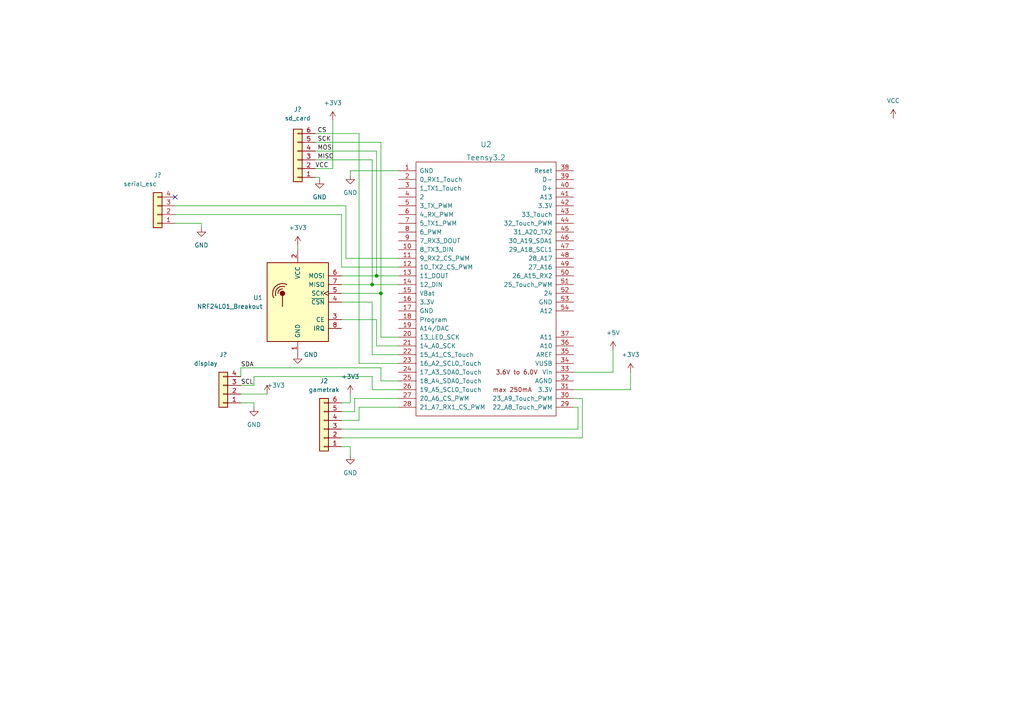
<source format=kicad_sch>
(kicad_sch (version 20211123) (generator eeschema)
  (paper "A4")
  (lib_symbols
    (symbol "Connector_Generic:Conn_01x04" (pin_names (offset 1.016) hide)
      (property "Reference" "J" (at 0 5.08 0))
      (property "Value" "Conn_01x04" (at 0 -7.62 0))
      (symbol "Conn_01x04_1_1"
        (rectangle (start -1.27 -4.953) (end 0 -5.207) (stroke (width 0.1524)))
        (rectangle (start -1.27 -2.413) (end 0 -2.667) (stroke (width 0.1524)))
        (rectangle (start -1.27 0.127) (end 0 -0.127) (stroke (width 0.1524)))
        (rectangle (start -1.27 2.667) (end 0 2.413) (stroke (width 0.1524)))
        (rectangle (start -1.27 3.81) (end 1.27 -6.35) (stroke (width 0.254)) (fill (type background)))
        (pin passive line (at -5.08 2.54 0) (length 3.81) (name "Pin_1") (number "1"))
        (pin passive line (at -5.08 0 0) (length 3.81) (name "Pin_2") (number "2"))
        (pin passive line (at -5.08 -2.54 0) (length 3.81) (name "Pin_3") (number "3"))
        (pin passive line (at -5.08 -5.08 0) (length 3.81) (name "Pin_4") (number "4"))
      )
    )
    (symbol "Connector_Generic:Conn_01x06" (pin_names (offset 1.016) hide)
      (property "Reference" "J" (at 0 7.62 0))
      (property "Value" "Conn_01x06" (at 0 -10.16 0))
      (symbol "Conn_01x06_1_1"
        (rectangle (start -1.27 -7.493) (end 0 -7.747) (stroke (width 0.1524)))
        (rectangle (start -1.27 -4.953) (end 0 -5.207) (stroke (width 0.1524)))
        (rectangle (start -1.27 -2.413) (end 0 -2.667) (stroke (width 0.1524)))
        (rectangle (start -1.27 0.127) (end 0 -0.127) (stroke (width 0.1524)))
        (rectangle (start -1.27 2.667) (end 0 2.413) (stroke (width 0.1524)))
        (rectangle (start -1.27 5.207) (end 0 4.953) (stroke (width 0.1524)))
        (rectangle (start -1.27 6.35) (end 1.27 -8.89) (stroke (width 0.254)) (fill (type background)))
        (pin passive line (at -5.08 5.08 0) (length 3.81) (name "Pin_1") (number "1"))
        (pin passive line (at -5.08 2.54 0) (length 3.81) (name "Pin_2") (number "2"))
        (pin passive line (at -5.08 0 0) (length 3.81) (name "Pin_3") (number "3"))
        (pin passive line (at -5.08 -2.54 0) (length 3.81) (name "Pin_4") (number "4"))
        (pin passive line (at -5.08 -5.08 0) (length 3.81) (name "Pin_5") (number "5"))
        (pin passive line (at -5.08 -7.62 0) (length 3.81) (name "Pin_6") (number "6"))
      )
    )
    (symbol "RF:NRF24L01_Breakout" (pin_names (offset 1.016))
      (property "Reference" "U" (at -8.89 12.7 0))
      (property "Value" "NRF24L01_Breakout" (at 3.81 12.7 0))
      (symbol "NRF24L01_Breakout_0_1"
        (rectangle (start -8.89 11.43) (end 8.89 -11.43) (stroke (width 0.254)) (fill (type background)))
        (polyline (pts (xy 4.445 1.905) (xy 4.445 -1.27)) (stroke (width 0.254)))
        (circle (center 4.445 2.54) (radius 0.635) (stroke (width 0.254)) (fill (type outline)))
        (arc (start 5.715 2.54) (mid 5.3559 3.4509) (end 4.445 3.81) (stroke (width 0.254)))
        (arc (start 6.35 1.905) (mid 5.8833 3.9783) (end 3.81 4.445) (stroke (width 0.254)))
        (arc (start 6.985 1.27) (mid 6.453 4.548) (end 3.175 5.08) (stroke (width 0.254)))
      )
      (symbol "NRF24L01_Breakout_1_1"
        (pin power_in line (at 0 -15.24 90) (length 3.81) (name "GND") (number "1"))
        (pin power_in line (at 0 15.24 270) (length 3.81) (name "VCC") (number "2"))
        (pin input line (at -12.7 -5.08 0) (length 3.81) (name "CE") (number "3"))
        (pin input line (at -12.7 0 0) (length 3.81) (name "~{CSN}") (number "4"))
        (pin input clock (at -12.7 2.54 0) (length 3.81) (name "SCK") (number "5"))
        (pin input line (at -12.7 7.62 0) (length 3.81) (name "MOSI") (number "6"))
        (pin output line (at -12.7 5.08 0) (length 3.81) (name "MISO") (number "7"))
        (pin output line (at -12.7 -7.62 0) (length 3.81) (name "IRQ") (number "8"))
      )
    )
    (symbol "Teensy:Teensy3.2" (pin_names (offset 1.016))
      (property "Reference" "U" (at 0 39.37 0))
      (property "Value" "Teensy3.2" (at 0 -39.37 0))
      (symbol "Teensy3.2_0_0"
        (text "3.6V to 6.0V" (at 8.89 -24.13 0) (effects (font (size 1.27 1.27))))
        (text "max 250mA" (at 7.62 -29.21 0) (effects (font (size 1.27 1.27))))
      )
      (symbol "Teensy3.2_0_1"
        (rectangle (start -20.32 -36.83) (end 20.32 36.83))
      )
      (symbol "Teensy3.2_1_1"
        (pin power_in line (at -25.4 34.29 0) (length 5.08) (name "GND") (number "1"))
        (pin bidirectional line (at -25.4 11.43 0) (length 5.08) (name "8_TX3_DIN") (number "10"))
        (pin bidirectional line (at -25.4 8.89 0) (length 5.08) (name "9_RX2_CS_PWM") (number "11"))
        (pin bidirectional line (at -25.4 6.35 0) (length 5.08) (name "10_TX2_CS_PWM") (number "12"))
        (pin bidirectional line (at -25.4 3.81 0) (length 5.08) (name "11_DOUT") (number "13"))
        (pin bidirectional line (at -25.4 1.27 0) (length 5.08) (name "12_DIN") (number "14"))
        (pin power_in line (at -25.4 -1.27 0) (length 5.08) (name "VBat") (number "15"))
        (pin power_out line (at -25.4 -3.81 0) (length 5.08) (name "3.3V") (number "16"))
        (pin power_in line (at -25.4 -6.35 0) (length 5.08) (name "GND") (number "17"))
        (pin input line (at -25.4 -8.89 0) (length 5.08) (name "Program") (number "18"))
        (pin bidirectional line (at -25.4 -11.43 0) (length 5.08) (name "A14/DAC") (number "19"))
        (pin bidirectional line (at -25.4 31.75 0) (length 5.08) (name "0_RX1_Touch") (number "2"))
        (pin bidirectional line (at -25.4 -13.97 0) (length 5.08) (name "13_LED_SCK") (number "20"))
        (pin bidirectional line (at -25.4 -16.51 0) (length 5.08) (name "14_A0_SCK") (number "21"))
        (pin bidirectional line (at -25.4 -19.05 0) (length 5.08) (name "15_A1_CS_Touch") (number "22"))
        (pin bidirectional line (at -25.4 -21.59 0) (length 5.08) (name "16_A2_SCL0_Touch") (number "23"))
        (pin bidirectional line (at -25.4 -24.13 0) (length 5.08) (name "17_A3_SDA0_Touch") (number "24"))
        (pin bidirectional line (at -25.4 -26.67 0) (length 5.08) (name "18_A4_SDA0_Touch") (number "25"))
        (pin bidirectional line (at -25.4 -29.21 0) (length 5.08) (name "19_A5_SCL0_Touch") (number "26"))
        (pin bidirectional line (at -25.4 -31.75 0) (length 5.08) (name "20_A6_CS_PWM") (number "27"))
        (pin bidirectional line (at -25.4 -34.29 0) (length 5.08) (name "21_A7_RX1_CS_PWM") (number "28"))
        (pin bidirectional line (at 25.4 -34.29 180) (length 5.08) (name "22_A8_Touch_PWM") (number "29"))
        (pin bidirectional line (at -25.4 29.21 0) (length 5.08) (name "1_TX1_Touch") (number "3"))
        (pin bidirectional line (at 25.4 -31.75 180) (length 5.08) (name "23_A9_Touch_PWM") (number "30"))
        (pin power_out line (at 25.4 -29.21 180) (length 5.08) (name "3.3V") (number "31"))
        (pin power_out line (at 25.4 -26.67 180) (length 5.08) (name "AGND") (number "32"))
        (pin power_in line (at 25.4 -24.13 180) (length 5.08) (name "Vin") (number "33"))
        (pin power_in line (at 25.4 -21.59 180) (length 5.08) (name "VUSB") (number "34"))
        (pin input line (at 25.4 -19.05 180) (length 5.08) (name "AREF") (number "35"))
        (pin bidirectional line (at 25.4 -16.51 180) (length 5.08) (name "A10") (number "36"))
        (pin bidirectional line (at 25.4 -13.97 180) (length 5.08) (name "A11") (number "37"))
        (pin input line (at 25.4 34.29 180) (length 5.08) (name "Reset") (number "38"))
        (pin bidirectional line (at 25.4 31.75 180) (length 5.08) (name "D-") (number "39"))
        (pin bidirectional line (at -25.4 26.67 0) (length 5.08) (name "2") (number "4"))
        (pin bidirectional line (at 25.4 29.21 180) (length 5.08) (name "D+") (number "40"))
        (pin bidirectional line (at 25.4 26.67 180) (length 5.08) (name "A13") (number "41"))
        (pin power_out line (at 25.4 24.13 180) (length 5.08) (name "3.3V") (number "42"))
        (pin bidirectional line (at 25.4 21.59 180) (length 5.08) (name "33_Touch") (number "43"))
        (pin bidirectional line (at 25.4 19.05 180) (length 5.08) (name "32_Touch_PWM") (number "44"))
        (pin bidirectional line (at 25.4 16.51 180) (length 5.08) (name "31_A20_TX2") (number "45"))
        (pin bidirectional line (at 25.4 13.97 180) (length 5.08) (name "30_A19_SDA1") (number "46"))
        (pin bidirectional line (at 25.4 11.43 180) (length 5.08) (name "29_A18_SCL1") (number "47"))
        (pin bidirectional line (at 25.4 8.89 180) (length 5.08) (name "28_A17") (number "48"))
        (pin bidirectional line (at 25.4 6.35 180) (length 5.08) (name "27_A16") (number "49"))
        (pin bidirectional line (at -25.4 24.13 0) (length 5.08) (name "3_TX_PWM") (number "5"))
        (pin bidirectional line (at 25.4 3.81 180) (length 5.08) (name "26_A15_RX2") (number "50"))
        (pin bidirectional line (at 25.4 1.27 180) (length 5.08) (name "25_Touch_PWM") (number "51"))
        (pin bidirectional line (at 25.4 -1.27 180) (length 5.08) (name "24") (number "52"))
        (pin power_in line (at 25.4 -3.81 180) (length 5.08) (name "GND") (number "53"))
        (pin bidirectional line (at 25.4 -6.35 180) (length 5.08) (name "A12") (number "54"))
        (pin bidirectional line (at -25.4 21.59 0) (length 5.08) (name "4_RX_PWM") (number "6"))
        (pin bidirectional line (at -25.4 19.05 0) (length 5.08) (name "5_TX1_PWM") (number "7"))
        (pin bidirectional line (at -25.4 16.51 0) (length 5.08) (name "6_PWM") (number "8"))
        (pin bidirectional line (at -25.4 13.97 0) (length 5.08) (name "7_RX3_DOUT") (number "9"))
      )
    )
    (symbol "power:+3V3" (power) (pin_names (offset 0))
      (property "Value" "+3V3" (at 0 3.556 0))
      (symbol "+3V3_0_1"
        (polyline (pts (xy -0.762 1.27) (xy 0 2.54)))
        (polyline (pts (xy 0 0) (xy 0 2.54)))
        (polyline (pts (xy 0 2.54) (xy 0.762 1.27)))
      )
      (symbol "+3V3_1_1"
        (pin power_in line (at 0 0 90) (length 0) hide (name "+3V3") (number "1"))
      )
    )
    (symbol "power:+5V" (power) (pin_names (offset 0))
      (property "Value" "+5V" (at 0 3.556 0))
      (symbol "+5V_0_1"
        (polyline (pts (xy -0.762 1.27) (xy 0 2.54)))
        (polyline (pts (xy 0 0) (xy 0 2.54)))
        (polyline (pts (xy 0 2.54) (xy 0.762 1.27)))
      )
      (symbol "+5V_1_1"
        (pin power_in line (at 0 0 90) (length 0) hide (name "+5V") (number "1"))
      )
    )
    (symbol "power:GND" (power) (pin_names (offset 0))
      (property "Value" "GND" (at 0 -3.81 0))
      (symbol "GND_0_1"
        (polyline (pts (xy 0 0) (xy 0 -1.27) (xy 1.27 -1.27) (xy 0 -2.54) (xy -1.27 -1.27) (xy 0 -1.27)))
      )
      (symbol "GND_1_1"
        (pin power_in line (at 0 0 270) (length 0) hide (name "GND") (number "1"))
      )
    )
    (symbol "power:VCC" (power) (pin_names (offset 0))
      (property "Value" "VCC" (at 0 3.81 0))
      (symbol "VCC_0_1"
        (polyline (pts (xy -0.762 1.27) (xy 0 2.54)))
        (polyline (pts (xy 0 0) (xy 0 2.54)))
        (polyline (pts (xy 0 2.54) (xy 0.762 1.27)))
      )
      (symbol "VCC_1_1"
        (pin power_in line (at 0 0 90) (length 0) hide (name "VCC") (number "1"))
      )
    )
  )
  (junction (at 109.22 80.01))
  (junction (at 107.95 82.55))
  (junction (at 110.49 85.09))
  (no_connect (at 50.8 57.15))
  (wire (pts (xy 99.06 80.01) (xy 109.22 80.01)))
  (wire (pts (xy 99.06 82.55) (xy 107.95 82.55)))
  (wire (pts (xy 101.6 116.84) (xy 101.6 114.3)))
  (wire (pts (xy 99.06 77.47) (xy 99.06 62.23)))
  (wire (pts (xy 92.71 51.435) (xy 92.71 52.07)))
  (wire (pts (xy 107.95 87.63) (xy 107.95 102.87)))
  (wire (pts (xy 109.22 92.71) (xy 99.06 92.71)))
  (wire (pts (xy 91.44 51.435) (xy 92.71 51.435)))
  (wire (pts (xy 100.33 59.69) (xy 100.33 74.93)))
  (wire (pts (xy 104.14 121.92) (xy 99.06 121.92)))
  (wire (pts (xy 110.49 85.09) (xy 110.49 97.79)))
  (wire (pts (xy 99.06 87.63) (xy 107.95 87.63)))
  (wire (pts (xy 101.6 129.54) (xy 101.6 132.08)))
  (wire (pts (xy 91.44 46.355) (xy 107.95 46.355)))
  (wire (pts (xy 69.85 116.84) (xy 73.66 116.84)))
  (wire (pts (xy 167.64 118.11) (xy 166.37 118.11)))
  (wire (pts (xy 115.57 77.47) (xy 99.06 77.47)))
  (wire (pts (xy 58.42 64.77) (xy 58.42 66.04)))
  (wire (pts (xy 73.66 118.11) (xy 73.66 116.84)))
  (wire (pts (xy 99.06 62.23) (xy 50.8 62.23)))
  (wire (pts (xy 182.88 107.95) (xy 182.88 113.03)))
  (wire (pts (xy 107.95 113.03) (xy 115.57 113.03)))
  (wire (pts (xy 107.95 109.22) (xy 107.95 113.03)))
  (wire (pts (xy 107.95 82.55) (xy 115.57 82.55)))
  (wire (pts (xy 73.66 109.22) (xy 107.95 109.22)))
  (wire (pts (xy 167.64 124.46) (xy 167.64 118.11)))
  (wire (pts (xy 99.06 127) (xy 168.91 127)))
  (wire (pts (xy 115.57 100.33) (xy 109.22 100.33)))
  (wire (pts (xy 100.33 74.93) (xy 115.57 74.93)))
  (wire (pts (xy 99.06 116.84) (xy 101.6 116.84)))
  (wire (pts (xy 50.8 59.69) (xy 100.33 59.69)))
  (wire (pts (xy 50.8 64.77) (xy 58.42 64.77)))
  (wire (pts (xy 104.14 118.11) (xy 104.14 121.92)))
  (wire (pts (xy 110.49 41.275) (xy 110.49 85.09)))
  (wire (pts (xy 110.49 97.79) (xy 115.57 97.79)))
  (wire (pts (xy 107.95 102.87) (xy 115.57 102.87)))
  (wire (pts (xy 182.88 113.03) (xy 166.37 113.03)))
  (wire (pts (xy 99.06 129.54) (xy 101.6 129.54)))
  (wire (pts (xy 73.66 109.22) (xy 73.66 111.76)))
  (wire (pts (xy 101.6 50.8) (xy 101.6 49.53)))
  (wire (pts (xy 109.22 100.33) (xy 109.22 92.71)))
  (wire (pts (xy 107.95 46.355) (xy 107.95 82.55)))
  (wire (pts (xy 115.57 105.41) (xy 104.14 105.41)))
  (wire (pts (xy 110.49 106.68) (xy 110.49 110.49)))
  (wire (pts (xy 109.22 43.815) (xy 91.44 43.815)))
  (wire (pts (xy 102.87 119.38) (xy 102.87 115.57)))
  (wire (pts (xy 166.37 115.57) (xy 168.91 115.57)))
  (wire (pts (xy 109.22 80.01) (xy 115.57 80.01)))
  (wire (pts (xy 86.36 71.12) (xy 86.36 72.39)))
  (wire (pts (xy 104.14 105.41) (xy 104.14 38.735)))
  (wire (pts (xy 73.66 111.76) (xy 69.85 111.76)))
  (wire (pts (xy 69.85 114.3) (xy 77.47 114.3)))
  (wire (pts (xy 69.85 106.68) (xy 69.85 109.22)))
  (wire (pts (xy 115.57 118.11) (xy 104.14 118.11)))
  (wire (pts (xy 69.85 106.68) (xy 110.49 106.68)))
  (wire (pts (xy 91.44 48.895) (xy 96.52 48.895)))
  (wire (pts (xy 91.44 41.275) (xy 110.49 41.275)))
  (wire (pts (xy 99.06 85.09) (xy 110.49 85.09)))
  (wire (pts (xy 177.8 107.95) (xy 177.8 101.6)))
  (wire (pts (xy 99.06 119.38) (xy 102.87 119.38)))
  (wire (pts (xy 109.22 80.01) (xy 109.22 43.815)))
  (wire (pts (xy 96.52 48.895) (xy 96.52 34.925)))
  (wire (pts (xy 102.87 115.57) (xy 115.57 115.57)))
  (wire (pts (xy 166.37 107.95) (xy 177.8 107.95)))
  (wire (pts (xy 110.49 110.49) (xy 115.57 110.49)))
  (wire (pts (xy 99.06 124.46) (xy 167.64 124.46)))
  (wire (pts (xy 168.91 115.57) (xy 168.91 127)))
  (wire (pts (xy 91.44 38.735) (xy 104.14 38.735)))
  (wire (pts (xy 101.6 49.53) (xy 115.57 49.53)))
  (label "SCK" (at 92.075 41.275 0))
  (label "MISO" (at 92.075 46.355 0))
  (label "SDA" (at 69.85 106.68 0))
  (label "VCC" (at 91.44 48.895 0))
  (label "SCL" (at 69.85 111.76 0))
  (label "CS" (at 92.075 38.735 0))
  (label "MOSI" (at 92.075 43.815 0))
  (symbol (lib_id "power:GND") (at 92.71 52.07 0) (unit 1)
    (property "Reference" "#PWR?" (effects hide))
    (property "Value" "GND" (at 92.71 57.15 0))
  )
  (symbol (lib_id "power:+3V3") (at 182.88 107.95 0) (unit 1)
    (property "Reference" "#PWR0109" (effects hide))
    (property "Value" "+3V3" (at 182.88 102.87 0))
  )
  (symbol (lib_id "power:+3V3") (at 86.36 71.12 0) (unit 1)
    (property "Reference" "#PWR0101" (effects hide))
    (property "Value" "+3V3" (at 86.36 66.04 0))
  )
  (symbol (lib_id "Connector_Generic:Conn_01x06") (at 93.98 124.46 180) (unit 1)
    (property "Reference" "J2" (at 93.98 110.49 0))
    (property "Value" "gametrak" (at 93.98 113.03 0))
    (property "Footprint" "Connector_PinHeader_2.54mm:PinHeader_1x06_P2.54mm_Vertical" (effects hide))
  )
  (symbol (lib_id "power:GND") (at 73.66 118.11 0) (unit 1)
    (property "Reference" "#PWR?" (effects hide))
    (property "Value" "GND" (at 73.66 123.19 0))
  )
  (symbol (lib_id "power:+3V3") (at 101.6 114.3 0) (unit 1)
    (property "Reference" "#PWR0104" (effects hide))
    (property "Value" "+3V3" (at 101.6 109.22 0))
  )
  (symbol (lib_id "Teensy:Teensy3.2") (at 140.97 83.82 0) (unit 1)
    (property "Reference" "U2" (at 140.97 41.91 0) (effects (font (size 1.524 1.524))))
    (property "Value" "Teensy3.2" (at 140.97 45.72 0) (effects (font (size 1.524 1.524))))
  )
  (symbol (lib_id "power:GND") (at 58.42 66.04 0) (unit 1)
    (property "Reference" "#PWR0102" (effects hide))
    (property "Value" "GND" (at 58.42 71.12 0))
  )
  (symbol (lib_id "Connector_Generic:Conn_01x06") (at 86.36 46.355 180) (unit 1)
    (property "Reference" "J?" (at 86.36 31.75 0))
    (property "Value" "sd_card" (at 86.36 34.29 0))
    (property "Footprint" "Connector_PinHeader_2.54mm:PinHeader_1x06_P2.54mm_Vertical" (effects hide))
  )
  (symbol (lib_id "RF:NRF24L01_Breakout") (at 86.36 87.63 0) (mirror y) (unit 1)
    (property "Reference" "U1" (at 76.2 86.3599 0) (effects (justify left)))
    (property "Value" "NRF24L01_Breakout" (at 76.2 88.8999 0) (effects (justify left)))
    (property "Footprint" "RF_Module:nRF24L01_Breakout" (effects hide))
    (property "Datasheet" "http://www.nordicsemi.com/eng/content/download/2730/34105/file/nRF24L01_Product_Specification_v2_0.pdf" (effects hide))
  )
  (symbol (lib_id "power:GND") (at 86.36 102.87 0) (unit 1)
    (property "Reference" "#PWR0103" (effects hide))
    (property "Value" "GND" (at 90.17 102.87 0))
  )
  (symbol (lib_id "Connector_Generic:Conn_01x04") (at 45.72 62.23 180) (unit 1)
    (property "Reference" "J?" (at 45.72 50.8 0))
    (property "Value" "serial_esc" (at 40.64 53.34 0))
  )
  (symbol (lib_id "power:VCC") (at 259.08 34.29 0) (unit 1)
    (property "Reference" "#PWR0108" (effects hide))
    (property "Value" "VCC" (at 259.08 29.21 0))
  )
  (symbol (lib_id "power:+5V") (at 177.8 101.6 0) (unit 1)
    (property "Reference" "#PWR0107" (effects hide))
    (property "Value" "+5V" (at 177.8 96.52 0))
  )
  (symbol (lib_id "power:GND") (at 101.6 132.08 0) (unit 1)
    (property "Reference" "#PWR0105" (effects hide))
    (property "Value" "GND" (at 101.6 137.16 0))
  )
  (symbol (lib_id "Connector_Generic:Conn_01x04") (at 64.77 114.3 180) (unit 1)
    (property "Reference" "J?" (at 64.77 102.87 0))
    (property "Value" "display" (at 59.69 105.41 0))
  )
  (symbol (lib_id "power:+3V3") (at 96.52 34.925 0) (unit 1)
    (property "Reference" "#PWR?" (effects hide))
    (property "Value" "+3V3" (at 96.52 29.845 0))
  )
  (symbol (lib_id "power:+3V3") (at 77.47 114.3 0) (unit 1)
    (property "Reference" "#PWR?" (effects hide))
    (property "Value" "+3V3" (at 80.01 111.76 0))
  )
  (symbol (lib_id "power:GND") (at 101.6 50.8 0) (unit 1)
    (property "Reference" "#PWR0106" (effects hide))
    (property "Value" "GND" (at 101.6 55.88 0))
  )
)
</source>
